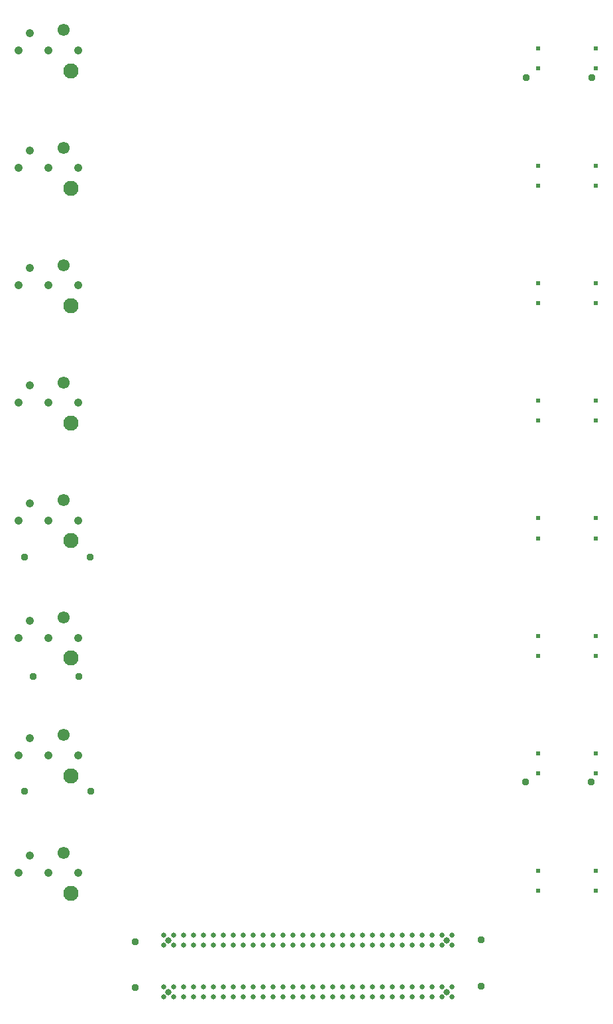
<source format=gbr>
*
%FSLAX26Y26*%
%MOIN*%
%ADD10C,0.025669*%
%ADD11C,0.031575*%
%ADD12C,0.037480*%
%ADD13C,0.041417*%
%ADD14C,0.061102*%
%ADD15C,0.076850*%
%ADD16C,0.023701*%
%IPPOS*%
%LNdrl-2.gbr*%
%LPD*%
%SRX1Y1I0J0*%
G01*
G75*
G54D10*
X810433Y430000D03*
Y380000D03*
Y170000D03*
Y120000D03*
X860433Y430000D03*
Y380000D03*
Y170000D03*
Y120000D03*
X910433Y430000D03*
Y380000D03*
Y170000D03*
Y120000D03*
X960433Y430000D03*
Y380000D03*
Y170000D03*
Y120000D03*
X1010433Y430000D03*
Y380000D03*
Y170000D03*
Y120000D03*
X1060433Y430000D03*
Y380000D03*
Y170000D03*
Y120000D03*
X1110433Y430000D03*
Y380000D03*
Y170000D03*
Y120000D03*
X1160433Y430000D03*
Y380000D03*
Y170000D03*
Y120000D03*
X1210433Y430000D03*
Y380000D03*
Y170000D03*
Y120000D03*
X1260433Y430000D03*
Y380000D03*
Y170000D03*
Y120000D03*
X1310433Y430000D03*
Y380000D03*
Y170000D03*
Y120000D03*
X1360433Y430000D03*
Y380000D03*
Y170000D03*
Y120000D03*
X1410433Y430000D03*
Y380000D03*
Y170000D03*
Y120000D03*
X1460433Y430000D03*
Y380000D03*
Y170000D03*
Y120000D03*
X1510433Y430000D03*
Y380000D03*
Y170000D03*
Y120000D03*
X1560433Y430000D03*
Y380000D03*
Y170000D03*
Y120000D03*
X1610433Y430000D03*
Y380000D03*
Y170000D03*
Y120000D03*
X1660433Y430000D03*
Y380000D03*
Y170000D03*
Y120000D03*
X1710433Y430000D03*
Y380000D03*
Y170000D03*
Y120000D03*
X1760433Y430000D03*
Y380000D03*
Y170000D03*
Y120000D03*
X1810433Y430000D03*
Y380000D03*
Y170000D03*
Y120000D03*
X1860433Y430000D03*
Y380000D03*
Y170000D03*
Y120000D03*
X1910433Y430000D03*
Y380000D03*
Y170000D03*
Y120000D03*
X1960433Y430000D03*
Y380000D03*
Y170000D03*
Y120000D03*
X2010433Y430000D03*
Y380000D03*
Y170000D03*
Y120000D03*
X2060433Y430000D03*
Y380000D03*
Y170000D03*
Y120000D03*
X2110433Y430000D03*
Y380000D03*
Y170000D03*
Y120000D03*
X2160433Y430000D03*
Y380000D03*
Y170000D03*
Y120000D03*
X2210433Y430000D03*
Y380000D03*
Y170000D03*
Y120000D03*
X2260433Y430000D03*
Y380000D03*
Y170000D03*
Y120000D03*
G54D11*
X835433Y405000D03*
Y145000D03*
X2235433Y405000D03*
Y145000D03*
G54D12*
X110233Y2332700D03*
X111833Y1153300D03*
X153333Y1730100D03*
X385533D03*
X440933Y2332700D03*
X442533Y1153300D03*
X668933Y399400D03*
Y167100D03*
X2407133Y406300D03*
Y174000D03*
X2629933Y1200800D03*
X2633833Y4740200D03*
X2960633Y1200800D03*
X2964533Y4740200D03*
G54D13*
X81533Y4878000D03*
Y4287400D03*
Y3696900D03*
Y3106300D03*
Y2515700D03*
Y1925200D03*
Y1334600D03*
Y744100D03*
X136633Y4964600D03*
Y4374000D03*
Y3783500D03*
Y3192900D03*
Y2602400D03*
Y2011800D03*
Y1421300D03*
Y830700D03*
X231133Y4878000D03*
Y4287400D03*
Y3696900D03*
Y3106300D03*
Y2515700D03*
Y1925200D03*
Y1334600D03*
Y744100D03*
X380733Y4878000D03*
Y4287400D03*
Y3696900D03*
Y3106300D03*
Y2515700D03*
Y1925200D03*
Y1334600D03*
Y744100D03*
G54D14*
X305933Y4979900D03*
Y4389400D03*
Y3798800D03*
Y3208300D03*
Y2617700D03*
Y2027200D03*
Y1436600D03*
Y846100D03*
G54D15*
X345233Y4775900D03*
Y4185400D03*
Y3594800D03*
Y3004300D03*
Y2413800D03*
Y1823200D03*
Y1232700D03*
Y642100D03*
G54D16*
X2984921Y754606D03*
Y654055D03*
X2694213D03*
Y754606D03*
X2984921Y1345157D03*
Y1244606D03*
X2694213D03*
Y1345157D03*
X2984921Y1935709D03*
Y1835157D03*
X2694213D03*
Y1935709D03*
X2984921Y2526260D03*
Y2425709D03*
X2694213D03*
Y2526260D03*
X2984921Y3116811D03*
Y3016260D03*
X2694213D03*
Y3116811D03*
X2984921Y3707362D03*
Y3606811D03*
X2694213D03*
Y3707362D03*
X2984921Y4297913D03*
Y4197362D03*
X2694213D03*
Y4297913D03*
X2984921Y4888465D03*
Y4787913D03*
X2694213D03*
Y4888465D03*
M02*

</source>
